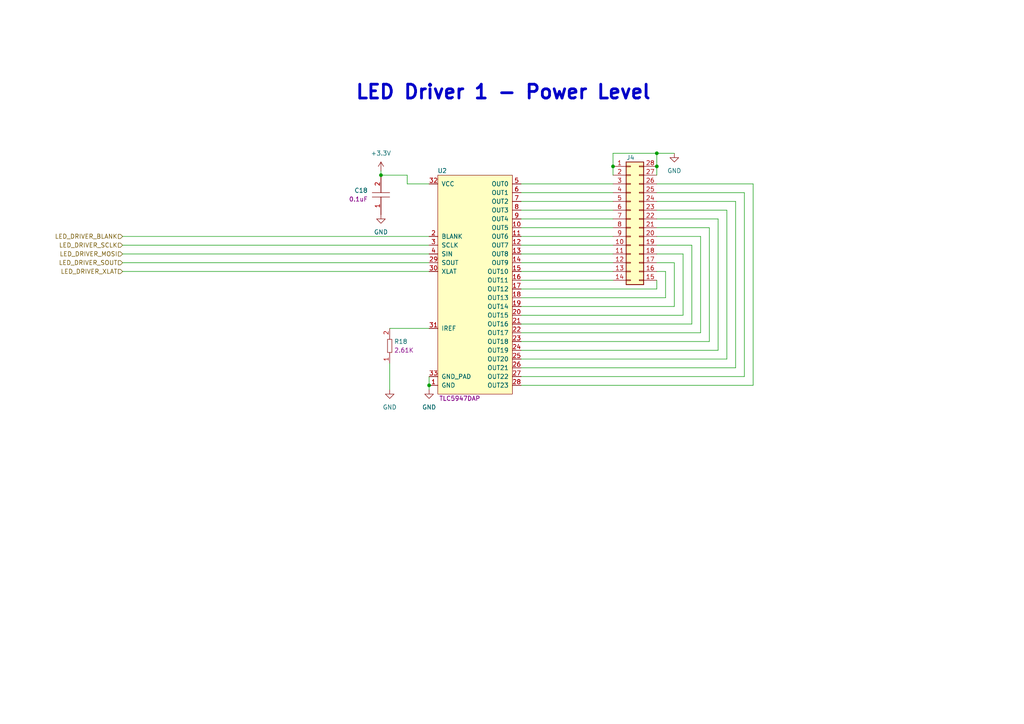
<source format=kicad_sch>
(kicad_sch (version 20230121) (generator eeschema)
  (paper "A4")
  (lib_symbols
    (symbol "AVR-KiCAD-Lib-Capacitors:CL10B104JB8NNNC" (pin_names (offset 1.016))
      (property "Reference" "C" (at -2.54 2.54 0))
      (property "_Value_" "0.1uF" (at 58.42 63.5 0))
      (symbol "CL10B104JB8NNNC_1_1"
        (polyline (pts (xy 0 2.54) (xy 0 -2.54)))
        (polyline (pts (xy 1.27 2.54) (xy 1.27 -2.54)))
        (pin input line (at -5.08 0 0) (length 5.08) (name "~") (number "1"))
        (pin input line (at 6.35 0 180) (length 5.08) (name "~") (number "2"))
      )
    )
    (symbol "AVR-KiCAD-Lib-ICs:TLC5947DAP" (pin_names (offset 1.016))
      (property "Reference" "U" (at 0 62.23 0))
      (property "_Value_" "TLC5947DAP" (at 6.35 -3.81 0))
      (symbol "TLC5947DAP_1_1"
        (rectangle (start 0 60.96) (end 21.59 -2.54) (fill (type background)))
        (pin input line (at -2.54 0 0) (length 2.54) (name "GND") (number "1"))
        (pin output line (at 24.13 45.72 180) (length 2.54) (name "OUT5") (number "10"))
        (pin output line (at 24.13 43.18 180) (length 2.54) (name "OUT6") (number "11"))
        (pin output line (at 24.13 40.64 180) (length 2.54) (name "OUT7") (number "12"))
        (pin output line (at 24.13 38.1 180) (length 2.54) (name "OUT8") (number "13"))
        (pin output line (at 24.13 35.56 180) (length 2.54) (name "OUT9") (number "14"))
        (pin output line (at 24.13 33.02 180) (length 2.54) (name "OUT10") (number "15"))
        (pin output line (at 24.13 30.48 180) (length 2.54) (name "OUT11") (number "16"))
        (pin output line (at 24.13 27.94 180) (length 2.54) (name "OUT12") (number "17"))
        (pin output line (at 24.13 25.4 180) (length 2.54) (name "OUT13") (number "18"))
        (pin output line (at 24.13 22.86 180) (length 2.54) (name "OUT14") (number "19"))
        (pin input line (at -2.54 43.18 0) (length 2.54) (name "BLANK") (number "2"))
        (pin output line (at 24.13 20.32 180) (length 2.54) (name "OUT15") (number "20"))
        (pin output line (at 24.13 17.78 180) (length 2.54) (name "OUT16") (number "21"))
        (pin output line (at 24.13 15.24 180) (length 2.54) (name "OUT17") (number "22"))
        (pin output line (at 24.13 12.7 180) (length 2.54) (name "OUT18") (number "23"))
        (pin output line (at 24.13 10.16 180) (length 2.54) (name "OUT19") (number "24"))
        (pin output line (at 24.13 7.62 180) (length 2.54) (name "OUT20") (number "25"))
        (pin output line (at 24.13 5.08 180) (length 2.54) (name "OUT21") (number "26"))
        (pin output line (at 24.13 2.54 180) (length 2.54) (name "OUT22") (number "27"))
        (pin output line (at 24.13 0 180) (length 2.54) (name "OUT23") (number "28"))
        (pin output line (at -2.54 35.56 0) (length 2.54) (name "SOUT") (number "29"))
        (pin input line (at -2.54 40.64 0) (length 2.54) (name "SCLK") (number "3"))
        (pin input line (at -2.54 33.02 0) (length 2.54) (name "XLAT") (number "30"))
        (pin input line (at -2.54 16.51 0) (length 2.54) (name "IREF") (number "31"))
        (pin power_in line (at -2.54 58.42 0) (length 2.54) (name "VCC") (number "32"))
        (pin passive line (at -2.54 2.54 0) (length 2.54) (name "GND_PAD") (number "33"))
        (pin input line (at -2.54 38.1 0) (length 2.54) (name "SIN") (number "4"))
        (pin output line (at 24.13 58.42 180) (length 2.54) (name "OUT0") (number "5"))
        (pin output line (at 24.13 55.88 180) (length 2.54) (name "OUT1") (number "6"))
        (pin output line (at 24.13 53.34 180) (length 2.54) (name "OUT2") (number "7"))
        (pin output line (at 24.13 50.8 180) (length 2.54) (name "OUT3") (number "8"))
        (pin output line (at 24.13 48.26 180) (length 2.54) (name "OUT4") (number "9"))
      )
    )
    (symbol "AVR-KiCAD-Lib-Resistors:RMCF0603FT2K61" (pin_names (offset 1.016))
      (property "Reference" "R" (at -2.54 2.54 0))
      (property "Value" "RMCF0603FT2K61" (at 1.27 5.08 0))
      (property "_Value_" "2.61K" (at 58.42 63.5 0))
      (symbol "RMCF0603FT2K61_0_1"
        (rectangle (start -1.905 0.635) (end 1.905 -0.635))
        (polyline (pts (xy -2.54 0) (xy -1.905 0)))
        (polyline (pts (xy -1.905 0) (xy -1.905 0)))
        (polyline (pts (xy 1.905 0) (xy 1.905 0)))
        (polyline (pts (xy 2.54 0) (xy 1.905 0)))
      )
      (symbol "RMCF0603FT2K61_1_1"
        (pin passive line (at -5.08 0 0) (length 2.5146) (name "~") (number "1"))
        (pin passive line (at 5.08 0 180) (length 2.5146) (name "~") (number "2"))
      )
    )
    (symbol "Connector_Generic:Conn_02x14_Counter_Clockwise" (pin_names (offset 1.016) hide)
      (property "Reference" "J" (at 1.27 17.78 0))
      (property "Value" "Conn_02x14_Counter_Clockwise" (at 1.27 -20.32 0))
      (symbol "Conn_02x14_Counter_Clockwise_1_1"
        (rectangle (start -1.27 -17.653) (end 0 -17.907) (stroke (width 0.1524)))
        (rectangle (start -1.27 -15.113) (end 0 -15.367) (stroke (width 0.1524)))
        (rectangle (start -1.27 -12.573) (end 0 -12.827) (stroke (width 0.1524)))
        (rectangle (start -1.27 -10.033) (end 0 -10.287) (stroke (width 0.1524)))
        (rectangle (start -1.27 -7.493) (end 0 -7.747) (stroke (width 0.1524)))
        (rectangle (start -1.27 -4.953) (end 0 -5.207) (stroke (width 0.1524)))
        (rectangle (start -1.27 -2.413) (end 0 -2.667) (stroke (width 0.1524)))
        (rectangle (start -1.27 0.127) (end 0 -0.127) (stroke (width 0.1524)))
        (rectangle (start -1.27 2.667) (end 0 2.413) (stroke (width 0.1524)))
        (rectangle (start -1.27 5.207) (end 0 4.953) (stroke (width 0.1524)))
        (rectangle (start -1.27 7.747) (end 0 7.493) (stroke (width 0.1524)))
        (rectangle (start -1.27 10.287) (end 0 10.033) (stroke (width 0.1524)))
        (rectangle (start -1.27 12.827) (end 0 12.573) (stroke (width 0.1524)))
        (rectangle (start -1.27 15.367) (end 0 15.113) (stroke (width 0.1524)))
        (rectangle (start -1.27 16.51) (end 3.81 -19.05) (stroke (width 0.254)) (fill (type background)))
        (rectangle (start 3.81 -17.653) (end 2.54 -17.907) (stroke (width 0.1524)))
        (rectangle (start 3.81 -15.113) (end 2.54 -15.367) (stroke (width 0.1524)))
        (rectangle (start 3.81 -12.573) (end 2.54 -12.827) (stroke (width 0.1524)))
        (rectangle (start 3.81 -10.033) (end 2.54 -10.287) (stroke (width 0.1524)))
        (rectangle (start 3.81 -7.493) (end 2.54 -7.747) (stroke (width 0.1524)))
        (rectangle (start 3.81 -4.953) (end 2.54 -5.207) (stroke (width 0.1524)))
        (rectangle (start 3.81 -2.413) (end 2.54 -2.667) (stroke (width 0.1524)))
        (rectangle (start 3.81 0.127) (end 2.54 -0.127) (stroke (width 0.1524)))
        (rectangle (start 3.81 2.667) (end 2.54 2.413) (stroke (width 0.1524)))
        (rectangle (start 3.81 5.207) (end 2.54 4.953) (stroke (width 0.1524)))
        (rectangle (start 3.81 7.747) (end 2.54 7.493) (stroke (width 0.1524)))
        (rectangle (start 3.81 10.287) (end 2.54 10.033) (stroke (width 0.1524)))
        (rectangle (start 3.81 12.827) (end 2.54 12.573) (stroke (width 0.1524)))
        (rectangle (start 3.81 15.367) (end 2.54 15.113) (stroke (width 0.1524)))
        (pin passive line (at -5.08 15.24 0) (length 3.81) (name "Pin_1") (number "1"))
        (pin passive line (at -5.08 -7.62 0) (length 3.81) (name "Pin_10") (number "10"))
        (pin passive line (at -5.08 -10.16 0) (length 3.81) (name "Pin_11") (number "11"))
        (pin passive line (at -5.08 -12.7 0) (length 3.81) (name "Pin_12") (number "12"))
        (pin passive line (at -5.08 -15.24 0) (length 3.81) (name "Pin_13") (number "13"))
        (pin passive line (at -5.08 -17.78 0) (length 3.81) (name "Pin_14") (number "14"))
        (pin passive line (at 7.62 -17.78 180) (length 3.81) (name "Pin_15") (number "15"))
        (pin passive line (at 7.62 -15.24 180) (length 3.81) (name "Pin_16") (number "16"))
        (pin passive line (at 7.62 -12.7 180) (length 3.81) (name "Pin_17") (number "17"))
        (pin passive line (at 7.62 -10.16 180) (length 3.81) (name "Pin_18") (number "18"))
        (pin passive line (at 7.62 -7.62 180) (length 3.81) (name "Pin_19") (number "19"))
        (pin passive line (at -5.08 12.7 0) (length 3.81) (name "Pin_2") (number "2"))
        (pin passive line (at 7.62 -5.08 180) (length 3.81) (name "Pin_20") (number "20"))
        (pin passive line (at 7.62 -2.54 180) (length 3.81) (name "Pin_21") (number "21"))
        (pin passive line (at 7.62 0 180) (length 3.81) (name "Pin_22") (number "22"))
        (pin passive line (at 7.62 2.54 180) (length 3.81) (name "Pin_23") (number "23"))
        (pin passive line (at 7.62 5.08 180) (length 3.81) (name "Pin_24") (number "24"))
        (pin passive line (at 7.62 7.62 180) (length 3.81) (name "Pin_25") (number "25"))
        (pin passive line (at 7.62 10.16 180) (length 3.81) (name "Pin_26") (number "26"))
        (pin passive line (at 7.62 12.7 180) (length 3.81) (name "Pin_27") (number "27"))
        (pin passive line (at 7.62 15.24 180) (length 3.81) (name "Pin_28") (number "28"))
        (pin passive line (at -5.08 10.16 0) (length 3.81) (name "Pin_3") (number "3"))
        (pin passive line (at -5.08 7.62 0) (length 3.81) (name "Pin_4") (number "4"))
        (pin passive line (at -5.08 5.08 0) (length 3.81) (name "Pin_5") (number "5"))
        (pin passive line (at -5.08 2.54 0) (length 3.81) (name "Pin_6") (number "6"))
        (pin passive line (at -5.08 0 0) (length 3.81) (name "Pin_7") (number "7"))
        (pin passive line (at -5.08 -2.54 0) (length 3.81) (name "Pin_8") (number "8"))
        (pin passive line (at -5.08 -5.08 0) (length 3.81) (name "Pin_9") (number "9"))
      )
    )
    (symbol "power:+3.3V" (power) (pin_names (offset 0))
      (property "Value" "+3.3V" (at 0 3.556 0))
      (symbol "+3.3V_0_1"
        (polyline (pts (xy -0.762 1.27) (xy 0 2.54)))
        (polyline (pts (xy 0 0) (xy 0 2.54)))
        (polyline (pts (xy 0 2.54) (xy 0.762 1.27)))
      )
      (symbol "+3.3V_1_1"
        (pin power_in line (at 0 0 90) (length 0) hide (name "+3.3V") (number "1"))
      )
    )
    (symbol "power:GND" (power) (pin_names (offset 0))
      (property "Value" "GND" (at 0 -3.81 0))
      (symbol "GND_0_1"
        (polyline (pts (xy 0 0) (xy 0 -1.27) (xy 1.27 -1.27) (xy 0 -2.54) (xy -1.27 -1.27) (xy 0 -1.27)))
      )
      (symbol "GND_1_1"
        (pin power_in line (at 0 0 270) (length 0) hide (name "GND") (number "1"))
      )
    )
  )
  (junction (at 190.5 44.45))
  (junction (at 110.49 50.8))
  (junction (at 177.8 48.26))
  (junction (at 190.5 48.26))
  (junction (at 124.46 111.76))
  (wire (pts (xy 195.58 76.2) (xy 190.5 76.2)))
  (wire (pts (xy 151.13 78.74) (xy 177.8 78.74)))
  (wire (pts (xy 205.74 66.04) (xy 190.5 66.04)))
  (wire (pts (xy 213.36 58.42) (xy 190.5 58.42)))
  (wire (pts (xy 198.12 91.44) (xy 198.12 73.66)))
  (wire (pts (xy 151.13 93.98) (xy 200.66 93.98)))
  (wire (pts (xy 218.44 111.76) (xy 218.44 53.34)))
  (wire (pts (xy 151.13 86.36) (xy 193.04 86.36)))
  (wire (pts (xy 35.56 76.2) (xy 124.46 76.2)))
  (wire (pts (xy 203.2 68.58) (xy 190.5 68.58)))
  (wire (pts (xy 151.13 55.88) (xy 177.8 55.88)))
  (wire (pts (xy 151.13 63.5) (xy 177.8 63.5)))
  (wire (pts (xy 215.9 55.88) (xy 190.5 55.88)))
  (wire (pts (xy 208.28 101.6) (xy 208.28 63.5)))
  (wire (pts (xy 200.66 71.12) (xy 190.5 71.12)))
  (wire (pts (xy 177.8 50.8) (xy 177.8 48.26)))
  (wire (pts (xy 210.82 60.96) (xy 190.5 60.96)))
  (wire (pts (xy 151.13 53.34) (xy 177.8 53.34)))
  (wire (pts (xy 35.56 78.74) (xy 124.46 78.74)))
  (wire (pts (xy 151.13 111.76) (xy 218.44 111.76)))
  (wire (pts (xy 208.28 63.5) (xy 190.5 63.5)))
  (wire (pts (xy 35.56 73.66) (xy 124.46 73.66)))
  (wire (pts (xy 210.82 104.14) (xy 210.82 60.96)))
  (wire (pts (xy 190.5 83.82) (xy 190.5 81.28)))
  (wire (pts (xy 151.13 88.9) (xy 195.58 88.9)))
  (wire (pts (xy 151.13 68.58) (xy 177.8 68.58)))
  (wire (pts (xy 193.04 86.36) (xy 193.04 78.74)))
  (wire (pts (xy 151.13 104.14) (xy 210.82 104.14)))
  (wire (pts (xy 213.36 106.68) (xy 213.36 58.42)))
  (wire (pts (xy 190.5 44.45) (xy 190.5 48.26)))
  (wire (pts (xy 200.66 93.98) (xy 200.66 71.12)))
  (wire (pts (xy 151.13 60.96) (xy 177.8 60.96)))
  (wire (pts (xy 113.03 95.25) (xy 124.46 95.25)))
  (wire (pts (xy 151.13 71.12) (xy 177.8 71.12)))
  (wire (pts (xy 151.13 101.6) (xy 208.28 101.6)))
  (wire (pts (xy 190.5 44.45) (xy 195.58 44.45)))
  (wire (pts (xy 205.74 99.06) (xy 205.74 66.04)))
  (wire (pts (xy 151.13 58.42) (xy 177.8 58.42)))
  (wire (pts (xy 215.9 109.22) (xy 215.9 55.88)))
  (wire (pts (xy 190.5 48.26) (xy 190.5 50.8)))
  (wire (pts (xy 193.04 78.74) (xy 190.5 78.74)))
  (wire (pts (xy 151.13 66.04) (xy 177.8 66.04)))
  (wire (pts (xy 198.12 73.66) (xy 190.5 73.66)))
  (wire (pts (xy 151.13 109.22) (xy 215.9 109.22)))
  (wire (pts (xy 151.13 76.2) (xy 177.8 76.2)))
  (wire (pts (xy 218.44 53.34) (xy 190.5 53.34)))
  (wire (pts (xy 151.13 83.82) (xy 190.5 83.82)))
  (wire (pts (xy 35.56 68.58) (xy 124.46 68.58)))
  (wire (pts (xy 151.13 81.28) (xy 177.8 81.28)))
  (wire (pts (xy 151.13 99.06) (xy 205.74 99.06)))
  (wire (pts (xy 151.13 96.52) (xy 203.2 96.52)))
  (wire (pts (xy 151.13 106.68) (xy 213.36 106.68)))
  (wire (pts (xy 110.49 50.8) (xy 118.11 50.8)))
  (wire (pts (xy 110.49 49.53) (xy 110.49 50.8)))
  (wire (pts (xy 203.2 96.52) (xy 203.2 68.58)))
  (wire (pts (xy 151.13 73.66) (xy 177.8 73.66)))
  (wire (pts (xy 118.11 50.8) (xy 118.11 53.34)))
  (wire (pts (xy 151.13 91.44) (xy 198.12 91.44)))
  (wire (pts (xy 177.8 48.26) (xy 177.8 44.45)))
  (wire (pts (xy 195.58 88.9) (xy 195.58 76.2)))
  (wire (pts (xy 177.8 44.45) (xy 190.5 44.45)))
  (wire (pts (xy 35.56 71.12) (xy 124.46 71.12)))
  (wire (pts (xy 124.46 111.76) (xy 124.46 113.03)))
  (wire (pts (xy 113.03 105.41) (xy 113.03 113.03)))
  (wire (pts (xy 124.46 109.22) (xy 124.46 111.76)))
  (wire (pts (xy 118.11 53.34) (xy 124.46 53.34)))
  (text "LED Driver 1 - Power Level" (at 102.87 29.21 0) (effects (font (size 4 4) (thickness 0.8) bold) (justify left bottom)))
  (hierarchical_label "LED_DRIVER_SCLK" (shape input) (at 35.56 71.12 180))
  (hierarchical_label "LED_DRIVER_SOUT" (shape input) (at 35.56 76.2 180))
  (hierarchical_label "LED_DRIVER_BLANK" (shape input) (at 35.56 68.58 180))
  (hierarchical_label "LED_DRIVER_MOSI" (shape input) (at 35.56 73.66 180))
  (hierarchical_label "LED_DRIVER_XLAT" (shape input) (at 35.56 78.74 180))
  (symbol (lib_id "Connector_Generic:Conn_02x14_Counter_Clockwise") (at 182.88 63.5 0) (unit 1)
    (property "Reference" "J4" (at 182.88 45.72 0))
    (property "Value" "Conn_02x14_Counter_Clockwise" (effects hide))
    (property "Footprint" "Connector_PinHeader_2.54mm:PinHeader_2x14_P2.54mm_Vertical" (effects hide))
  )
  (symbol (lib_id "power:GND") (at 110.49 62.23 0) (unit 1)
    (property "Reference" "#PWR?" (effects hide))
    (property "Value" "GND" (at 110.49 67.31 0))
    (instances (project "JoyStick-Hat" (path "" (reference "#PWR?") (unit 1)) (path "" (reference "#PWR021") (unit 1))))
  )
  (symbol (lib_id "AVR-KiCAD-Lib-Resistors:RMCF0603FT2K61") (at 113.03 100.33 90) (unit 1)
    (property "Reference" "R18" (at 114.3 99.06 90) (effects (justify right)))
    (property "Value" "RMCF0603FT2K61" (effects hide))
    (property "Footprint" "AVR-KiCAD-Lib-Resistors:R0603" (effects hide))
    (property "Datasheet" "https://www.seielect.com/catalog/sei-rmcf_rmcp.pdf" (effects hide))
    (property "Cost QTY: 1" "0.10000" (effects hide))
    (property "Cost QTY: 1000" "0.00404" (effects hide))
    (property "Cost QTY: 2500" "*" (effects hide))
    (property "Cost QTY: 5000" "0.00288" (effects hide))
    (property "Cost QTY: 10000" "0.00253" (effects hide))
    (property "MFR" "Stackpole Electronics Inc" (effects hide))
    (property "MFR#" "RMCF0603FT2K61" (effects hide))
    (property "Vendor" "Digikey" (effects hide))
    (property "Vendor #" "RMCF0603FT2K61TR-ND" (effects hide))
    (property "Designer" "Adam Vadala-Roth" (effects hide))
    (property "Height" "0.55mm" (effects hide))
    (property "Date Created" "10/3/2023" (effects hide))
    (property "Date Modified" "10/3/2023" (effects hide))
    (property "Lead-Free ?" "Yes" (effects hide))
    (property "RoHS Levels" "1" (effects hide))
    (property "Mounting" "SMT" (effects hide))
    (property "Pin Count #" "2" (effects hide))
    (property "Status" "Active" (effects hide))
    (property "Tolerance" "1%" (effects hide))
    (property "Type" "Resistor" (effects hide))
    (property "Voltage" "N/A" (effects hide))
    (property "Package" "0603" (effects hide))
    (property "_Value_" "2.61K" (at 114.3 101.6 90) (effects (justify right)))
    (property "Management_ID" "*" (effects hide))
    (property "Description" "2.61 kOhms ±1% 0.1W, 1/10W Chip Resistor 0603 (1608 Metric) Automotive AEC-Q200 Thick Film" (effects hide))
  )
  (symbol (lib_id "power:GND") (at 124.46 113.03 0) (unit 1)
    (property "Reference" "#PWR?" (effects hide))
    (property "Value" "GND" (at 124.46 118.11 0))
    (instances (project "JoyStick-Hat" (path "" (reference "#PWR?") (unit 1)) (path "" (reference "#PWR023") (unit 1))))
  )
  (symbol (lib_id "power:GND") (at 113.03 113.03 0) (unit 1)
    (property "Reference" "#PWR?" (effects hide))
    (property "Value" "GND" (at 113.03 118.11 0))
    (instances (project "JoyStick-Hat" (path "" (reference "#PWR?") (unit 1)) (path "" (reference "#PWR022") (unit 1))))
  )
  (symbol (lib_id "AVR-KiCAD-Lib-Capacitors:CL10B104JB8NNNC") (at 110.49 57.15 90) (unit 1)
    (property "Reference" "C18" (at 106.68 55.245 90) (effects (justify left)))
    (property "Value" "CL10B104JB8NNNC" (effects hide))
    (property "Footprint" "AVR-KiCAD-Lib-Capacitors:C0603" (effects hide))
    (property "Datasheet" "https://mm.digikey.com/Volume0/opasdata/d220001/medias/docus/609/CL10B104JB8NNNC_Spec.pdf" (effects hide))
    (property "Cost QTY: 1" "0.10000" (effects hide))
    (property "Cost QTY: 1000" "0.00975" (effects hide))
    (property "Cost QTY: 2500" "*" (effects hide))
    (property "Cost QTY: 5000" "*" (effects hide))
    (property "Cost QTY: 10000" "*" (effects hide))
    (property "MFR" "Samsung Electro-Mechanics" (effects hide))
    (property "MFR#" "CL10B104JB8NNNC" (effects hide))
    (property "Vendor" "Digikey" (effects hide))
    (property "Vendor #" "1276-1033-2-ND" (effects hide))
    (property "Designer" "Adam Vadala-Roth" (effects hide))
    (property "Height" "0.90" (effects hide))
    (property "Date Created" "10/3/2023" (effects hide))
    (property "Date Modified" "10/3/2023" (effects hide))
    (property "Lead-Free ?" "Yes" (effects hide))
    (property "RoHS Levels" "1" (effects hide))
    (property "Mounting" "SMT" (effects hide))
    (property "Pin Count #" "2" (effects hide))
    (property "Status" "Active" (effects hide))
    (property "Tolerance" "5%" (effects hide))
    (property "Type" "Capacitor" (effects hide))
    (property "Voltage" "50V" (effects hide))
    (property "Package" "0603" (effects hide))
    (property "Description" "0.1 µF ±5% 50V Ceramic Capacitor X7R 0603 (1608 Metric)" (effects hide))
    (property "_Value_" "0.1uF" (at 106.68 57.785 90) (effects (justify left)))
    (property "Management_ID" "*" (effects hide))
  )
  (symbol (lib_id "AVR-KiCAD-Lib-ICs:TLC5947DAP") (at 127 111.76 0) (unit 1)
    (property "Reference" "U2" (at 128.27 49.53 0))
    (property "Value" "TLC5947DAP" (effects hide))
    (property "Footprint" "AVR-KiCAD-Lib-ICs:DAP32_4P36X4P11" (effects hide))
    (property "Datasheet" "https://www.ti.com/lit/ds/symlink/tlc5947.pdf" (effects hide))
    (property "Cost QTY: 1" "4.66000" (effects hide))
    (property "Cost QTY: 1000" "2.46319" (effects hide))
    (property "Cost QTY: 2500" "*" (effects hide))
    (property "Cost QTY: 5000" "*" (effects hide))
    (property "Cost QTY: 10000" "*" (effects hide))
    (property "MFR" "Texas Instruments" (effects hide))
    (property "MFR#" "TLC5947DAP" (effects hide))
    (property "Vendor" "Digikey" (effects hide))
    (property "Vendor #" "296-23576-5-ND" (effects hide))
    (property "Designer" "Adam Vadala-Roth" (effects hide))
    (property "Height" "1.2mm" (effects hide))
    (property "Date Created" "9/26/2023" (effects hide))
    (property "Date Modified" "9/26/2023" (effects hide))
    (property "Lead-Free ?" "Yes" (effects hide))
    (property "RoHS Levels" "1" (effects hide))
    (property "Mounting" "SMT" (effects hide))
    (property "Pin Count #" "32" (effects hide))
    (property "Status" "Active" (effects hide))
    (property "Tolerance" "N/A" (effects hide))
    (property "Type" "IC" (effects hide))
    (property "Voltage" "3-5.5VDC" (effects hide))
    (property "Package" "32-HTSSOP" (effects hide))
    (property "Description" "IC LED DRVR LINEAR 30MA 32HTSSOP" (effects hide))
    (property "_Value_" "TLC5947DAP" (at 133.35 115.57 0))
    (property "Management_ID" "*" (effects hide))
  )
  (symbol (lib_id "power:GND") (at 195.58 44.45 0) (unit 1)
    (property "Reference" "#PWR024" (effects hide))
    (property "Value" "GND" (at 195.58 49.53 0))
  )
  (symbol (lib_id "power:+3.3V") (at 110.49 49.53 0) (unit 1)
    (property "Reference" "#PWR020" (effects hide))
    (property "Value" "+3.3V" (at 110.49 44.45 0))
  )
)
</source>
